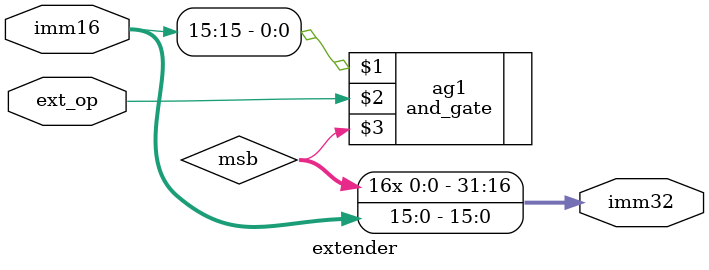
<source format=v>
`include "and_gate.v"

module extender (imm16, ext_op, imm32);
    // can be sign-extended (ext=1) or zero-extended (ext=0)
    input   [15:0] imm16;
    input   ext_op; 
    output  [31:0] imm32;

    wire    msb;
    
    and_gate ag1 (imm16[15], ext_op, msb);
    assign imm32 = {{16{msb}},{imm16[15:0]}};

endmodule

</source>
